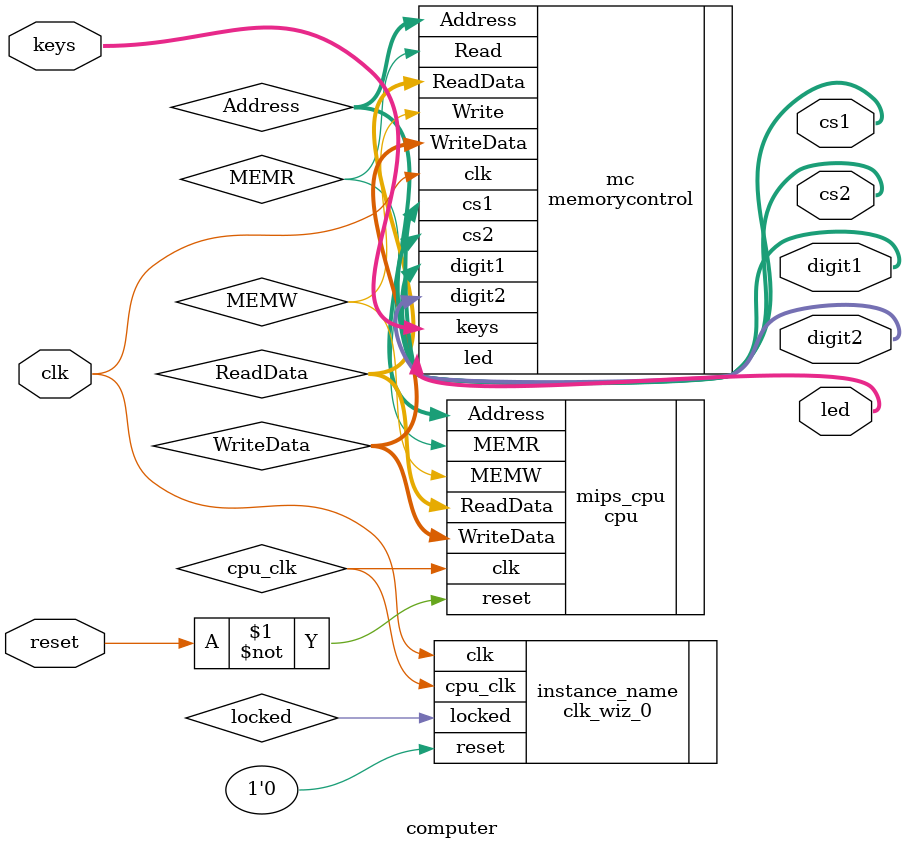
<source format=v>
module computer #(parameter width = 32, bits = 5)(
    // concerning cpu & memory
    input clk, reset,
    
    // concerning I/O
    input[4: 0] keys,
    output wire[15: 0] led,
    output wire[3: 0] cs1,
    output wire[7: 0] digit1,
    output wire[3: 0] cs2,
    output wire[7: 0] digit2
    );
    
    wire[31: 0] Address;
    wire[31: 0] WriteData;
    wire MEMR;
    wire MEMW;
    wire[31: 0] ReadData;
    wire cpu_clk, locked;
    
    cpu #(32, 5) mips_cpu(
        .clk(cpu_clk),
        .reset(~reset),
        .ReadData(ReadData),
        .WriteData(WriteData),
        .Address(Address),
        .MEMR(MEMR),
        .MEMW(MEMW)
        );
        
    memorycontrol mc(
        .clk(clk),
        .ReadData(ReadData),
        .WriteData(WriteData),
        .Address(Address),
        .Read(MEMR),
        .Write(MEMW),
        .keys(keys),
        .led(led),
        .cs1(cs1),
        .digit1(digit1),
        .cs2(cs2),
        .digit2(digit2)
        );
        
    clk_wiz_0 instance_name
       (
        // Clock out ports
        .cpu_clk(cpu_clk),     // output cpu_clk
        // Status and control signals
        .reset(1'b0), // input reset
        .locked(locked),       // output locked
       // Clock in ports
        .clk(clk)  // input clk_in1
        );      
        
endmodule
</source>
